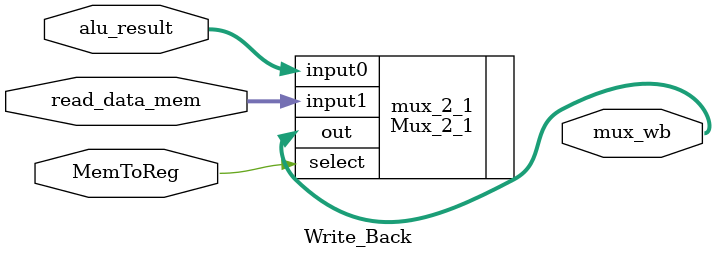
<source format=v>
`timescale 1ns / 1ps
module Write_Back(
   input [15:0] read_data_mem,
	input [15:0] alu_result,
	input MemToReg,
	
	output [15:0] mux_wb
    );
	 
	 
	Mux_2_1 mux_2_1 (
    .input1(read_data_mem), 
    .input0(alu_result), 
    .select(MemToReg), 
    .out(mux_wb)
    );
endmodule

</source>
